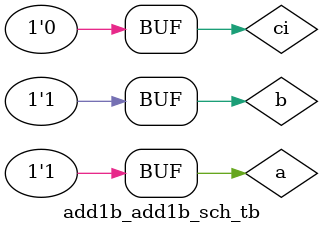
<source format=v>

`timescale 1ns / 1ps

module add1b_add1b_sch_tb();

// Inputs
   reg ci;
   reg a;
   reg b;

// Output
   wire r;
   wire co;

// Bidirs

// Instantiate the UUT
   add1b UUT (
		.ci(ci), 
		.a(a), 
		.b(b), 
		.r(r), 
		.co(co)
   );
   initial begin
      ci = 0;
      b = 1;
      a = 1;
      // Wait 100ns for the simulator to finish initializing
      #100;
      a = 1;
		#100;
		b = 1;
      #1;
      if ((r == 1) && (co == 0))
        $display("correct 1");
      else
        $display("wrong 1");
   end
endmodule

</source>
